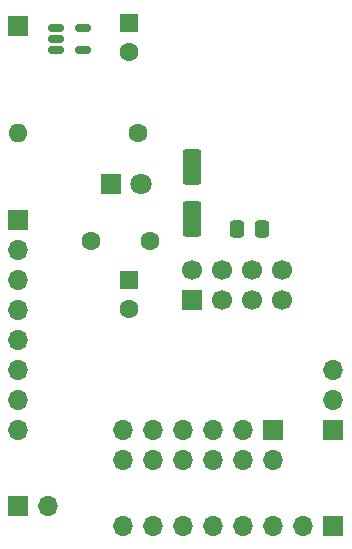
<source format=gbr>
%TF.GenerationSoftware,KiCad,Pcbnew,(7.0.0)*%
%TF.CreationDate,2024-08-26T11:17:35-04:00*%
%TF.ProjectId,nrf24l01_bob,6e726632-346c-4303-915f-626f622e6b69,rev?*%
%TF.SameCoordinates,Original*%
%TF.FileFunction,Soldermask,Top*%
%TF.FilePolarity,Negative*%
%FSLAX46Y46*%
G04 Gerber Fmt 4.6, Leading zero omitted, Abs format (unit mm)*
G04 Created by KiCad (PCBNEW (7.0.0)) date 2024-08-26 11:17:35*
%MOMM*%
%LPD*%
G01*
G04 APERTURE LIST*
G04 Aperture macros list*
%AMRoundRect*
0 Rectangle with rounded corners*
0 $1 Rounding radius*
0 $2 $3 $4 $5 $6 $7 $8 $9 X,Y pos of 4 corners*
0 Add a 4 corners polygon primitive as box body*
4,1,4,$2,$3,$4,$5,$6,$7,$8,$9,$2,$3,0*
0 Add four circle primitives for the rounded corners*
1,1,$1+$1,$2,$3*
1,1,$1+$1,$4,$5*
1,1,$1+$1,$6,$7*
1,1,$1+$1,$8,$9*
0 Add four rect primitives between the rounded corners*
20,1,$1+$1,$2,$3,$4,$5,0*
20,1,$1+$1,$4,$5,$6,$7,0*
20,1,$1+$1,$6,$7,$8,$9,0*
20,1,$1+$1,$8,$9,$2,$3,0*%
G04 Aperture macros list end*
%ADD10C,1.600000*%
%ADD11O,1.600000X1.600000*%
%ADD12R,1.800000X1.800000*%
%ADD13C,1.800000*%
%ADD14R,1.600000X1.600000*%
%ADD15RoundRect,0.250000X-0.337500X-0.475000X0.337500X-0.475000X0.337500X0.475000X-0.337500X0.475000X0*%
%ADD16RoundRect,0.250000X0.550000X-1.250000X0.550000X1.250000X-0.550000X1.250000X-0.550000X-1.250000X0*%
%ADD17O,1.700000X1.700000*%
%ADD18R,1.700000X1.700000*%
%ADD19RoundRect,0.150000X-0.512500X-0.150000X0.512500X-0.150000X0.512500X0.150000X-0.512500X0.150000X0*%
%ADD20C,1.700000*%
G04 APERTURE END LIST*
D10*
%TO.C,R1*%
X135382000Y-93218000D03*
D11*
X125221999Y-93217999D03*
%TD*%
D12*
%TO.C,D1*%
X133090999Y-97535999D03*
D13*
X135631000Y-97536000D03*
%TD*%
D14*
%TO.C,C5*%
X134619999Y-83884887D03*
D10*
X134620000Y-86384888D03*
%TD*%
D15*
%TO.C,C4*%
X143742500Y-101346000D03*
X145817500Y-101346000D03*
%TD*%
D16*
%TO.C,C3*%
X139954000Y-100498000D03*
X139954000Y-96098000D03*
%TD*%
D10*
%TO.C,C2*%
X136398000Y-102362000D03*
X131398000Y-102362000D03*
%TD*%
D14*
%TO.C,C1*%
X134619999Y-105663999D03*
D10*
X134620000Y-108164000D03*
%TD*%
D17*
%TO.C,J12*%
X134111999Y-120903999D03*
X134111999Y-118363999D03*
X136651999Y-120903999D03*
X136651999Y-118363999D03*
X139191999Y-120903999D03*
X139191999Y-118363999D03*
X141731999Y-120903999D03*
X141731999Y-118363999D03*
X144271999Y-120903999D03*
X144271999Y-118363999D03*
X146811999Y-120903999D03*
D18*
X146811999Y-118363999D03*
%TD*%
D19*
%TO.C,U2*%
X128402500Y-84328000D03*
X128402500Y-85278000D03*
X128402500Y-86228000D03*
X130677500Y-86228000D03*
X130677500Y-84328000D03*
%TD*%
D18*
%TO.C,U1*%
X139916999Y-107352999D03*
D20*
X139917000Y-104813000D03*
X142457000Y-107353000D03*
X142457000Y-104813000D03*
X144997000Y-107353000D03*
X144997000Y-104813000D03*
X147537000Y-107353000D03*
X147537000Y-104813000D03*
%TD*%
D18*
%TO.C,J11*%
X125221999Y-124832999D03*
D17*
X127761999Y-124832999D03*
%TD*%
D18*
%TO.C,J10*%
X125221999Y-100583999D03*
D17*
X125221999Y-103123999D03*
X125221999Y-105663999D03*
X125221999Y-108203999D03*
X125221999Y-110743999D03*
X125221999Y-113283999D03*
X125221999Y-115823999D03*
X125221999Y-118363999D03*
%TD*%
D18*
%TO.C,J9*%
X151891999Y-118363999D03*
D17*
X151891999Y-115823999D03*
X151891999Y-113283999D03*
%TD*%
D18*
%TO.C,J8*%
X125221999Y-84192999D03*
%TD*%
D17*
%TO.C,J1*%
X134111999Y-126491999D03*
X136651999Y-126491999D03*
X139191999Y-126491999D03*
X141731999Y-126491999D03*
X144271999Y-126491999D03*
X146811999Y-126491999D03*
X149351999Y-126491999D03*
D18*
X151891999Y-126491999D03*
%TD*%
M02*

</source>
